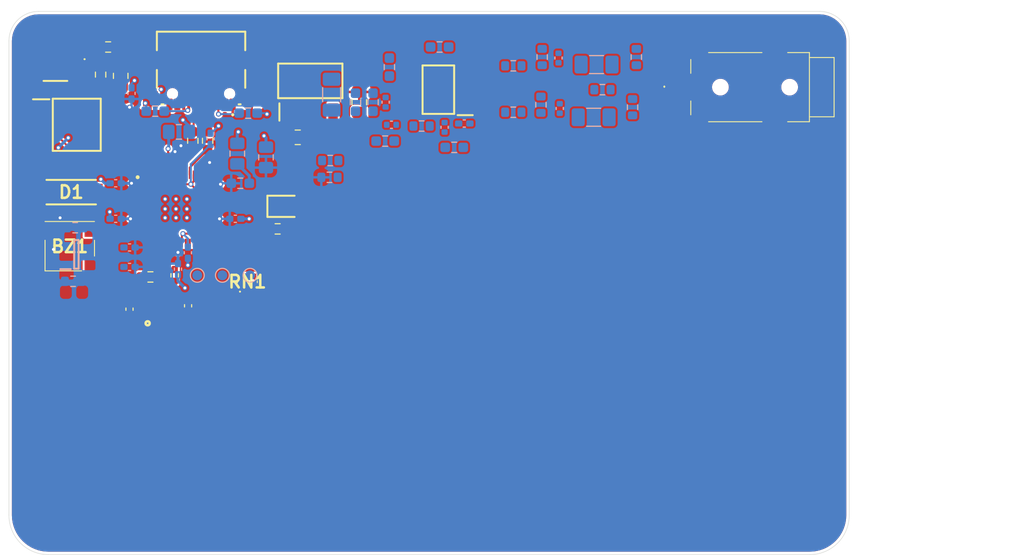
<source format=kicad_pcb>
(kicad_pcb (version 20240108) (generator "pcbnew") (generator_version "8.0")
  (layers (0 "F.Cu" signal) (31 "B.Cu" signal) (34 "B.Paste" user) (35 "F.Paste" user) (36 "B.SilkS" user "B.Silkscreen") (37 "F.SilkS" user "F.Silkscreen") (38 "B.Mask" user) (39 "F.Mask" user) (44 "Edge.Cuts" user))
  (net 0 "")
  (net 1 "GND")
  (net 2 "/Audio_out/TIP")
  (net 3 "Net-(C3-Pad1)")
  (net 4 "Net-(C5-Pad1)")
  (net 5 "/Audio_out/RING_1")
  (net 6 "Net-(OP1A-+)")
  (net 7 "/Audio_out/SLEEVE")
  (net 8 "Net-(C11-Pad2)")
  (net 9 "Net-(OP1A--)")
  (net 10 "/Audio_out/ADC_Micro")
  (net 11 "Net-(C12-Pad2)")
  (net 12 "+1V1")
  (net 13 "/Controller/XIN")
  (net 14 "/Audio_out/Audio_left")
  (net 15 "/Audio_out/Audio_right")
  (net 16 "/Audio_out/Buzzer")
  (net 17 "Net-(Q1-B)")
  (net 18 "/Controller/QSPI_SS")
  (net 19 "/Controller/USB_D+")
  (net 20 "/Controller/USB_D-")
  (net 21 "/Controller/~{USB_BOOT}")
  (net 22 "/Controller/RUN")
  (net 23 "/Controller/XOUT")
  (net 24 "/Controller/SWCLK")
  (net 25 "/Controller/SWD")
  (net 26 "Net-(Q1-C)")
  (net 27 "/VCC_AUDIO")
  (net 28 "/Controller/GIO24")
  (net 29 "/Controller/GIO25")
  (net 30 "/Controller/GPIO0")
  (net 31 "/Controller/QSPI_SCLK")
  (net 32 "/Controller/A3")
  (net 33 "/Controller/QSPI_SD3")
  (net 34 "/Controller/QSPI_SD1")
  (net 35 "/Controller/A2")
  (net 36 "/Controller/QSPI_SD2")
  (net 37 "/Controller/A1")
  (net 38 "/VUSB")
  (net 39 "/Controller/QSPI_SD0")
  (net 40 "/Controller/GIO26")
  (net 41 "/Controller/GIO21")
  (net 42 "/3V3")
  (net 43 "/Controller/GPIO1")
  (net 44 "Net-(BZ1--)")
  (footprint "SamacSys_Parts:CAT10J4LF" (layer "F.Cu") (at 56.122 46.372)
    (property "Reference" "RN1")
    (property "Value" "CAT10-103J4LF" (hide yes))
  )
  (footprint "Capacitor_SMD:C_0805_2012Metric_Pad1.18x1.45mm_HandSolder" (layer "F.Cu") (at 61.214 31.75)
    (property "Reference" "C2" (hide yes))
    (property "Value" "10u")
  )
  (footprint "SamacSys_Parts:CMT052575SMTTR" (layer "F.Cu") (at 38.154 42.772 180)
    (property "Reference" "BZ1")
    (property "Value" "Buzzer" (hide yes))
  )
  (footprint "SamacSys_Parts:ABM8G" (layer "F.Cu") (at 47.244 48.768)
    (property "Reference" "Y301" (hide yes))
    (property "Value" "ABM8G-12.000MHZ-4Y-T3" (hide yes))
  )
  (footprint "SamacSys_Parts:DIONM5025X231N" (layer "F.Cu") (at 38.3 37.3 180)
    (property "Reference" "D1")
    (property "Value" "FM4004-W" (hide yes))
  )
  (footprint "Capacitor_SMD:C_0402_1005Metric_Pad0.74x0.62mm_HandSolder" (layer "F.Cu") (at 44.196 49.149 90)
    (property "Reference" "C317" (hide yes))
    (property "Value" "15p 5%")
  )
  (footprint "Resistor_SMD:R_0603_1608Metric_Pad0.98x0.95mm_HandSolder" (layer "F.Cu") (at 52.1 32.1 -90)
    (property "Reference" "R303" (hide yes))
    (property "Value" "27")
  )
  (footprint "SamacSys_Parts:SJ23514ASMTTR" (layer "F.Cu") (at 107.696 26.67 180)
    (property "Reference" "J1" (hide yes))
    (property "Value" "SJ2-3514A-SMT-TR" (hide yes))
  )
  (footprint "SamacSys_Parts:SOIC127P600X175-8N" (layer "F.Cu") (at 75.438 26.924 180)
    (property "Reference" "OP1" (hide yes))
    (property "Value" "TLV9002QDRQ1" (hide yes))
  )
  (footprint "Capacitor_SMD:C_0402_1005Metric_Pad0.74x0.62mm_HandSolder" (layer "F.Cu") (at 50.122 48.807 -90)
    (property "Reference" "C316" (hide yes))
    (property "Value" "15p 5%")
  )
  (footprint "Resistor_SMD:R_0603_1608Metric_Pad0.98x0.95mm_HandSolder" (layer "F.Cu") (at 50.6 32.1 -90)
    (property "Reference" "R302" (hide yes))
    (property "Value" "27")
  )
  (footprint "SamacSys_Parts:SOT230P700X180-4N" (layer "F.Cu") (at 62.484 26.035 90)
    (property "Reference" "LRuC1" (hide yes))
    (property "Value" "NCP1117ST33T3G" (hide yes))
  )
  (footprint "Resistor_SMD:R_0603_1608Metric_Pad0.98x0.95mm_HandSolder" (layer "F.Cu") (at 41.275 25.4 90)
    (property "Reference" "R301" (hide yes))
    (property "Value" "10k but unessesary")
  )
  (footprint "Capacitor_SMD:C_0805_2012Metric_Pad1.18x1.45mm_HandSolder" (layer "F.Cu") (at 43.307 25.527 -90)
    (property "Reference" "C301" (hide yes))
    (property "Value" "2u2")
  )
  (footprint "SamacSys_Parts:QFN40P700X700X90-57N-D" (layer "F.Cu") (at 48.895 38.989)
    (property "Reference" "uC301" (hide yes))
    (property "Value" "SC0914_7_" (hide yes))
  )
  (footprint "SamacSys_Parts:435441019830" (layer "F.Cu") (at 36.703 24.638)
    (property "Reference" "S_BOOT301" (hide yes))
    (property "Value" "435441019830" (hide yes))
  )
  (footprint "SamacSys_Parts:LEDC2012X120N" (layer "F.Cu") (at 59.944 38.735)
    (property "Reference" "5sys0" (hide yes))
    (property "Value" "APTD2012LCGCK" (hide yes))
  )
  (footprint "SamacSys_Parts:SOIC127P790X216-8N" (layer "F.Cu") (at 38.862 30.48)
    (property "Reference" "FLA301" (hide yes))
    (property "Value" "W25Q128JVS" (hide yes))
  )
  (footprint "Resistor_SMD:R_0603_1608Metric_Pad0.98x0.95mm_HandSolder" (layer "F.Cu") (at 46.312 45.886)
    (property "Reference" "R312" (hide yes))
    (property "Value" "1k  1%")
  )
  (footprint "Resistor_SMD:R_0402_1005Metric_Pad0.72x0.64mm_HandSolder" (layer "F.Cu") (at 48.768 45.72 90)
    (property "Reference" "R311" (hide yes))
    (property "Value" "no fit")
  )
  (footprint "SamacSys_Parts:GSB1C41110SSHR" (layer "F.Cu") (at 51.435 25.019 180)
    (property "Reference" "USB_C301" (hide yes))
    (property "Value" "GSB1C41110SSHR" (hide yes))
  )
  (footprint "Resistor_SMD:R_0603_1608Metric_Pad0.98x0.95mm_HandSolder" (layer "F.Cu") (at 42.037 22.606 180)
    (property "Reference" "R304" (hide yes))
    (property "Value" "1k")
  )
  (footprint "Capacitor_SMD:C_0805_2012Metric_Pad1.18x1.45mm_HandSolder" (layer "F.Cu") (at 67.437 28.194 -90)
    (property "Reference" "C1" (hide yes))
    (property "Value" "10u")
  )
  (footprint "Resistor_SMD:R_0603_1608Metric_Pad0.98x0.95mm_HandSolder" (layer "F.Cu") (at 59.182 41.021)
    (property "Reference" "R0" (hide yes))
    (property "Value" "510")
  )
  (footprint "Capacitor_SMD:C_0402_1005Metric_Pad0.74x0.62mm_HandSolder" (layer "B.Cu") (at 42.8 40 180)
    (property "Reference" "C303" (hide yes))
    (property "Value" "0.1u")
  )
  (footprint "Resistor_SMD:R_0603_1608Metric_Pad0.98x0.95mm_HandSolder" (layer "B.Cu") (at 70.485 24.638 90)
    (property "Reference" "R9" (hide yes))
    (property "Value" "200k")
  )
  (footprint "Capacitor_SMD:C_0402_1005Metric_Pad0.74x0.62mm_HandSolder" (layer "B.Cu") (at 42.8 36.4 180)
    (property "Reference" "C311" (hide yes))
    (property "Value" "0.1u")
  )
  (footprint "TestPoint:TestPoint_Pad_D1.0mm" (layer "B.Cu") (at 53.594 45.72 180)
    (property "Reference" "TP302" (hide yes))
    (property "Value" "TestPoint")
  )
  (footprint "Capacitor_SMD:C_1206_3216Metric_Pad1.33x1.80mm_HandSolder" (layer "B.Cu") (at 64.643 27.432 -90)
    (property "Reference" "C12" (hide yes))
    (property "Value" "47u")
  )
  (footprint "Resistor_SMD:R_0603_1608Metric" (layer "B.Cu") (at 73.743 30.607)
    (property "Reference" "J2" (hide yes))
    (property "Value" "0")
  )
  (footprint "Resistor_SMD:R_0603_1608Metric" (layer "B.Cu") (at 92.0365 26.924)
    (property "Reference" "J0" (hide yes))
    (property "Value" "0")
  )
  (footprint "Resistor_SMD:R_0603_1608Metric_Pad0.98x0.95mm_HandSolder" (layer "B.Cu") (at 68.834 28.194 -90)
    (property "Reference" "R12" (hide yes))
    (property "Value" "10k")
  )
  (footprint "Capacitor_SMD:C_0402_1005Metric_Pad0.74x0.62mm_HandSolder" (layer "B.Cu") (at 78.061 30.353)
    (property "Reference" "C9" (hide yes))
    (property "Value" "0.1uF")
  )
  (footprint "Capacitor_SMD:C_0805_2012Metric_Pad1.18x1.45mm_HandSolder" (layer "B.Cu") (at 49.2 31.2 180)
    (property "Reference" "C304" (hide yes))
    (property "Value" "2u2")
  )
  (footprint "Capacitor_SMD:C_1206_3216Metric_Pad1.33x1.80mm_HandSolder" (layer "B.Cu") (at 91.1475 29.718)
    (property "Reference" "C6" (hide yes))
    (property "Value" "47u")
  )
  (footprint "Resistor_SMD:R_0603_1608Metric_Pad0.98x0.95mm_HandSolder" (layer "B.Cu") (at 70.06 32.131 180)
    (property "Reference" "R14" (hide yes))
    (property "Value" "10k")
  )
  (footprint "Capacitor_SMD:C_0402_1005Metric" (layer "B.Cu") (at 87.7185 28.829 90)
    (property "Reference" "C5" (hide yes))
    (property "Value" "0.1u")
  )
  (footprint "Capacitor_SMD:C_0805_2012Metric_Pad1.18x1.45mm_HandSolder" (layer "B.Cu") (at 58.001 33.782 90)
    (property "Reference" "C307" (hide yes))
    (property "Value" "2u2")
  )
  (footprint "Capacitor_SMD:C_0402_1005Metric_Pad0.74x0.62mm_HandSolder" (layer "B.Cu") (at 44.2 44.87 180)
    (property "Reference" "C310" (hide yes))
    (property "Value" "0.1u")
  )
  (footprint "Resistor_SMD:R_0603_1608Metric_Pad0.98x0.95mm_HandSolder" (layer "B.Cu") (at 55.4 36.4)
    (property "Reference" "R305" (hide yes))
    (property "Value" "150")
  )
  (footprint "Capacitor_SMD:C_0402_1005Metric" (layer "B.Cu") (at 76.073 30.734 90)
    (property "Reference" "C7" (hide yes))
    (property "Value" "330n")
  )
  (footprint "TestPoint:TestPoint_Pad_D1.0mm" (layer "B.Cu") (at 51.054 45.72 180)
    (property "Reference" "TP303" (hide yes))
    (property "Value" "TestPoint")
  )
  (footprint "Resistor_SMD:R_0603_1608Metric_Pad0.98x0.95mm_HandSolder" (layer "B.Cu") (at 67.056 28.194 90)
    (property "Reference" "R13" (hide yes))
    (property "Value" "787")
  )
  (footprint "Resistor_SMD:R_0603_1608Metric" (layer "B.Cu") (at 95.4655 23.622 -90)
    (property "Reference" "R3" (hide yes))
    (property "Value" "1.8k")
  )
  (footprint "Resistor_SMD:R_0603_1608Metric_Pad0.98x0.95mm_HandSolder" (layer "B.Cu") (at 46.8 29.1)
    (property "Reference" "R313" (hide yes))
    (property "Value" "5.1k")
  )
  (footprint "Resistor_SMD:R_0603_1608Metric_Pad0.98x0.95mm_HandSolder" (layer "B.Cu") (at 77.045 32.766 180)
    (property "Reference" "R10" (hide yes))
    (property "Value" "5.9k")
  )
  (footprint "TestPoint:TestPoint_Pad_D1.0mm" (layer "B.Cu") (at 56.388 45.72 180)
    (property "Reference" "TP301" (hide yes))
    (property "Value" "TestPoint")
  )
  (footprint "Capacitor_SMD:C_0402_1005Metric" (layer "B.Cu") (at 70.104 28.194 90)
    (property "Reference" "C8" (hide yes))
    (property "Value" "120p")
  )
  (footprint "Resistor_SMD:R_0603_1608Metric" (layer "B.Cu") (at 38.7 40.9 180)
    (property "Reference" "R8" (hide yes))
    (property "Value" "220")
  )
  (footprint "Capacitor_SMD:C_0402_1005Metric_Pad0.74x0.62mm_HandSolder" (layer "B.Cu") (at 44.4 27.3 90)
    (property "Reference" "C302" (hide yes))
    (property "Value" "0.1uF")
  )
  (footprint "Capacitor_SMD:C_0402_1005Metric_Pad0.74x0.62mm_HandSolder" (layer "B.Cu") (at 54.9 40)
    (property "Reference" "C305" (hide yes))
    (property "Value" "0.1u")
  )
  (footprint "Capacitor_SMD:C_0805_2012Metric_Pad1.18x1.45mm_HandSolder" (layer "B.Cu") (at 55.1 33.4 90)
    (property "Reference" "C308" (hide yes))
    (property "Value" "2u2")
  )
  (footprint "Capacitor_SMD:C_0402_1005Metric_Pad0.74x0.62mm_HandSolder" (layer "B.Cu") (at 50.1 43.4325 -90)
    (property "Reference" "C313" (hide yes))
    (property "Value" "0.1u")
  )
  (footprint "Resistor_SMD:R_0603_1608Metric" (layer "B.Cu") (at 83.0195 29.21)
    (property "Reference" "R4" (hide yes))
    (property "Value" "220")
  )
  (footprint "Resistor_SMD:R_0603_1608Metric_Pad0.98x0.95mm_HandSolder" (layer "B.Cu") (at 75.565 22.606 180)
    (property "Reference" "R11" (hide yes))
    (property "Value" "200k")
  )
  (footprint "Capacitor_SMD:C_0402_1005Metric" (layer "B.Cu") (at 70.695 30.48 180)
    (property "Reference" "C11" (hide yes))
    (property "Value" "3.3u")
  )
  (footprint "Capacitor_SMD:C_0402_1005Metric_Pad0.74x0.62mm_HandSolder" (layer "B.Cu") (at 52.4 31.9 90)
    (property "Reference" "C314" (hide yes))
    (property "Value" "0.1u")
  )
  (footprint "Resistor_SMD:R_0603_1608Metric" (layer "B.Cu") (at 64.5 34.1 180)
    (property "Reference" "J3" (hide yes))
    (property "Value" "0")
  )
  (footprint "Capacitor_SMD:C_0402_1005Metric_Pad0.74x0.62mm_HandSolder" (layer "B.Cu") (at 49.1 45.1 -90)
    (property "Reference" "C306" (hide yes))
    (property "Value" "0.1u")
  )
  (footprint "Resistor_SMD:R_0603_1608Metric" (layer "B.Cu") (at 83.0195 24.511)
    (property "Reference" "R1" (hide yes))
    (property "Value" "220")
  )
  (footprint "Resistor_SMD:R_0603_1608Metric" (layer "B.Cu") (at 64.425 35.8)
    (property "Reference" "J4" (hide yes))
    (property "Value" "0")
  )
  (footprint "SamacSys_Parts:SOT95P230X110-3N" (layer "B.Cu") (at 38.825 43.6)
    (property "Reference" "Q1" (hide yes))
    (property "Value" "BC817-25-QVL" (hide yes))
  )
  (footprint "Resistor_SMD:R_0603_1608Metric_Pad0.98x0.95mm_HandSolder" (layer "B.Cu") (at 56.2 29.3 180)
    (property "Reference" "R314" (hide yes))
    (property "Value" "5.1k")
  )
  (footprint "Resistor_SMD:R_0603_1608Metric" (layer "B.Cu") (at 85.9405 23.622 -90)
    (property "Reference" "R2" (hide yes))
    (property "Value" "100")
  )
  (footprint "Capacitor_SMD:C_1206_3216Metric_Pad1.33x1.80mm_HandSolder" (layer "B.Cu") (at 91.44 24.384)
    (property "Reference" "C3" (hide yes))
    (property "Value" "47u")
  )
  (footprint "Capacitor_SMD:C_0402_1005Metric" (layer "B.Cu") (at 87.5915 23.721 90)
    (property "Reference" "C4" (hide yes))
    (property "Value" "0.1u")
  )
  (footprint "Resistor_SMD:R_0603_1608Metric" (layer "B.Cu") (at 85.8135 28.448 -90)
    (property "Reference" "R5" (hide yes))
    (property "Value" "100")
  )
  (footprint "Resistor_SMD:R_0603_1608Metric" (layer "B.Cu") (at 38.487 46.328 180)
    (property "Reference" "R7" (hide yes))
    (property "Value" "220")
  )
  (footprint "Capacitor_SMD:C_0402_1005Metric_Pad0.74x0.62mm_HandSolder" (layer "B.Cu") (at 44.2 42.9 180)
    (property "Reference" "C309" (hide yes))
    (property "Value" "0.1u")
  )
  (footprint "Resistor_SMD:R_0603_1608Metric" (layer "B.Cu") (at 95.0845 28.702 -90)
    (property "Reference" "R6" (hide yes))
    (property "Value" "1.8k")
  )
  (gr_line (start 32 22) (end 32 70) (stroke (width 0.05)) (layer "Edge.Cuts"))
  (gr_line (start 117 70) (end 117 22) (stroke (width 0.05)) (layer "Edge.Cuts"))
  (gr_arc (start 36 74) (mid 33.171573 72.828427) (end 32 70) (stroke (width 0.05)) (layer "Edge.Cuts"))
  (gr_arc (start 117 70) (mid 115.828427 72.828427) (end 113 74) (stroke (width 0.05)) (layer "Edge.Cuts"))
  (gr_arc (start 32 22) (mid 32.87868 19.87868) (end 35 19) (stroke (width 0.05)) (layer "Edge.Cuts"))
  (gr_arc (start 114 19) (mid 116.12132 19.87868) (end 117 22) (stroke (width 0.05)) (layer "Edge.Cuts"))
  (gr_line (start 114 19) (end 35 19) (stroke (width 0.05)) (layer "Edge.Cuts"))
  (gr_line (start 36 74) (end 113 74) (stroke (width 0.05)) (layer "Edge.Cuts"))
  (segment (start 49.685 27.415) (end 50.3 26.8) (width 0.2) (layer "F.Cu") (net 0))
  (segment (start 50.295 34.814) (end 50.8 34.309) (width 0.2) (layer "F.Cu") (net 0))
  (segment (start 52.685 28.409) (end 52.685 27.584) (width 0.2) (layer "F.Cu") (net 0))
  (segment (start 50.3 26.8) (end 52.6 26.8) (width 0.2) (layer "F.Cu") (net 0))
  (segment (start 53.185 29.385) (end 53.185 28.409) (width 0.2) (layer "F.Cu") (net 0))
  (segment (start 52.6 26.8) (end 53.185 27.385) (width 0.2) (layer "F.Cu") (net 0))
  (segment (start 52.201 27.1) (end 50.669 27.1) (width 0.2) (layer "F.Cu") (net 0))
  (segment (start 52.0875 33.0125) (end 52.1 33.0125) (width 0.2) (layer "F.Cu") (net 0))
  (segment (start 50.6 33.7) (end 50.6 33.0125) (width 0.2) (layer "F.Cu") (net 0))
  (segment (start 50.295 35.539) (end 50.295 34.814) (width 0.2) (layer "F.Cu") (net 0))
  (segment (start 49.895 35.214) (end 49.9 35.209) (width 0.2) (layer "F.Cu") (net 0))
  (segment (start 49.685 28.409) (end 49.685 27.415) (width 0.2) (layer "F.Cu") (net 0))
  (segment (start 53.2 29.4) (end 53.185 29.385) (width 0.2) (layer "F.Cu") (net 0))
  (segment (start 50.8 34.3) (end 52.0875 33.0125) (width 0.2) (layer "F.Cu") (net 0))
  (segment (start 49.895 35.539) (end 49.895 35.214) (width 0.2) (layer "F.Cu") (net 0))
  (segment (start 49.9 35.209) (end 49.9 34.4) (width 0.2) (layer "F.Cu") (net 0))
  (segment (start 50.185 27.584) (end 50.185 28.409) (width 0.2) (layer "F.Cu") (net 0))
  (segment (start 52.685 27.584) (end 52.201 27.1) (width 0.2) (layer "F.Cu") (net 0))
  (segment (start 50.185 28.409) (end 50.185 28.92687) (width 0.2) (layer "F.Cu") (net 0))
  (segment (start 50.8 34.309) (end 50.8 34.3) (width 0.2) (layer "F.Cu") (net 0))
  (segment (start 50.669 27.1) (end 50.185 27.584) (width 0.2) (layer "F.Cu") (net 0))
  (segment (start 49.9 34.4) (end 50.6 33.7) (width 0.2) (layer "F.Cu") (net 0))
  (segment (start 50.185 28.92687) (end 50.08687 29.025) (width 0.2) (layer "F.Cu") (net 0))
  (segment (start 53.185 27.385) (end 53.185 28.409) (width 0.2) (layer "F.Cu") (net 0))
  (via (at 53.2 29.4) (size 0.5) (drill 0.3) (layers "F.Cu" "B.Cu") (net 0))
  (via (at 50.08687 29.025) (size 0.5) (drill 0.3) (layers "F.Cu" "B.Cu") (net 0))
  (segment (start 53.2 29.4) (end 54.9875 29.4) (width 0.2) (layer "B.Cu") (net 0))
  (segment (start 56.3125 36.4) (end 56.3125 35.65) (width 0.3) (layer "B.Cu") (net 0))
  (segment (start 50.01187 29.1) (end 50.08687 29.025) (width 0.2) (layer "B.Cu") (net 0))
  (segment (start 54.9875 29.4) (end 55.2875 29.1) (width 0.2) (layer "B.Cu") (net 0))
  (segment (start 56.3125 35.65) (end 55.1 34.4375) (width 0.3) (layer "B.Cu") (net 0))
  (segment (start 47.7125 29.1) (end 50.01187 29.1) (width 0.2) (layer "B.Cu") (net 0))
  (segment (start 55.466 27.834) (end 56.555 27.834) (width 0.2) (layer "F.Cu") (net 1))
  (segment (start 47.4 27.574) (end 48.235 28.409) (width 0.2) (layer "F.Cu") (net 1))
  (segment (start 47.895 42.439) (end 47.895 43.405) (width 0.2) (layer "F.Cu") (net 1))
  (segment (start 54.635 28.409) (end 54.891 28.409) (width 0.2) (layer "F.Cu") (net 1))
  (segment (start 47.895 42.439) (end 47.895 41.495) (width 0.2) (layer "F.Cu") (net 1))
  (segment (start 47.895 41.495) (end 47.8 41.4) (width 0.2) (layer "F.Cu") (net 1))
  (segment (start 47.4 26.9) (end 47.4 27.574) (width 0.2) (layer "F.Cu") (net 1))
  (segment (start 47.895 43.405) (end 47.8 43.5) (width 0.2) (layer "F.Cu") (net 1))
  (segment (start 54.891 28.409) (end 55.466 27.834) (width 0.2) (layer "F.Cu") (net 1))
  (via (at 56.3 40) (size 0.5) (drill 0.3) (layers "F.Cu" "B.Cu") (net 1))
  (via (at 58.1 29.4) (size 0.5) (drill 0.3) (layers "F.Cu" "B.Cu") (net 1))
  (via (at 50 38) (size 0.5) (drill 0.3) (layers "F.Cu" "B.Cu") (net 1))
  (via (at 41.3 36) (size 0.5) (drill 0.3) (layers "F.Cu" "B.Cu") (net 1))
  (via (at 57.8 31.6) (size 0.5) (drill 0.3) (layers "F.Cu" "B.Cu") (net 1))
  (via (at 50.1 44.7) (size 0.5) (drill 0.3) (layers "F.Cu" "B.Cu") (net 1))
  (via (at 55.2 31.2) (size 0.5) (drill 0.3) (layers "F.Cu" "B.Cu") (net 1))
  (via (at 38 31.8) (size 0.5) (drill 0.3) (layers "F.Cu" "B.Cu") (net 1))
  (via (at 47.8 39) (size 0.5) (drill 0.3) (layers "F.Cu" "B.Cu") (net 1))
  (via (at 47.8 38) (size 0.5) (drill 0.3) (layers "F.Cu" "B.Cu") (net 1))
  (via (at 48.9 39) (size 0.5) (drill 0.3) (layers "F.Cu" "B.Cu") (net 1))
  (via (at 47.4 26.9) (size 0.5) (drill 0.3) (layers "F.Cu" "B.Cu") (net 1))
  (via (at 50 39.9) (size 0.5) (drill 0.3) (layers "F.Cu" "B.Cu") (net 1))
  (via (at 42.2 39.3) (size 0.5) (drill 0.3) (layers "F.Cu" "B.Cu") (net 1))
  (via (at 50 39) (size 0.5) (drill 0.3) (layers "F.Cu" "B.Cu") (net 1))
  (via (at 44.7 26) (size 0.5) (drill 0.3) (layers "F.Cu" "B.Cu") (net 1))
  (via (at 53.2 30.6) (size 0.5) (drill 0.3) (layers "F.Cu" "B.Cu") (net 1))
  (via (at 49.6 30) (size 0.5) (drill 0.3) (layers "F.Cu" "B.Cu") (net 1))
  (via (at 36.5 43.1) (size 0.5) (drill 0.3) (layers "F.Cu" "B.Cu") (net 1))
  (via (at 49.8 47) (size 0.5) (drill 0.3) (layers "F.Cu" "B.Cu") (net 1))
  (via (at 48.9 38) (size 0.5) (drill 0.3) (layers "F.Cu" "B.Cu") (net 1))
  (via (at 47.8 39.9) (size 0.5) (drill 0.3) (layers "F.Cu" "B.Cu") (net 1))
  (via (at 37 32.8) (size 0.5) (drill 0.3) (layers "F.Cu" "B.Cu") (net 1))
  (via (at 48.9 39.9) (size 0.5) (drill 0.3) (layers "F.Cu" "B.Cu") (net 1))
  (via (at 45.8 28.3) (size 0.5) (drill 0.3) (layers "F.Cu" "B.Cu") (net 1))
  (segment (start 44.4 26.7325) (end 44.4 26.3) (width 0.2) (layer "B.Cu") (net 1))
  (segment (start 41.7 36.4) (end 41.3 36) (width 0.3) (layer "B.Cu") (net 1))
  (segment (start 57.1125 29.3) (end 58 29.3) (width 0.2) (layer "B.Cu") (net 1))
  (segment (start 58.001 31.801) (end 57.8 31.6) (width 0.3) (layer "B.Cu") (net 1))
  (segment (start 49.1 45.6675) (end 49.1 46.3) (width 0.3) (layer "B.Cu") (net 1))
  (segment (start 58 29.3) (end 58.1 29.4) (width 0.2) (layer "B.Cu") (net 1))
  (segment (start 42.2325 36.4) (end 41.7 36.4) (width 0.3) (layer "B.Cu") (net 1))
  (segment (start 49.1 46.3) (end 49.8 47) (width 0.3) (layer "B.Cu") (net 1))
  (segment (start 52.4675 31.3325) (end 53.2 30.6) (width 0.2) (layer "B.Cu") (net 1))
  (segment (start 42.2325 40) (end 42.2325 39.3325) (width 0.3) (layer "B.Cu") (net 1))
  (segment (start 36.95 42.65) (end 36.5 43.1) (width 0.5) (layer "B.Cu") (net 1))
  (segment (start 50.1 44) (end 50.1 44.7) (width 0.3) (layer "B.Cu") (net 1))
  (segment (start 50.2375 31.2) (end 50.2375 30.6375) (width 0.3) (layer "B.Cu") (net 1))
  (segment (start 55.4675 40) (end 56.3 40) (width 0.3) (layer "B.Cu") (net 1))
  (segment (start 45.8875 28.3875) (end 45.8 28.3) (width 0.2) (layer "B.Cu") (net 1))
  (segment (start 44.4 26.3) (end 44.7 26) (width 0.2) (layer "B.Cu") (net 1))
  (segment (start 37 32.8) (end 38 31.8) (width 0.3) (layer "B.Cu") (net 1))
  (segment (start 42.2325 39.3325) (end 42.2 39.3) (width 0.3) (layer "B.Cu") (net 1))
  (segment (start 55.1 31.3) (end 55.2 31.2) (width 0.3) (layer "B.Cu") (net 1))
  (segment (start 45.8875 29.1) (end 45.8875 28.3875) (width 0.2) (layer "B.Cu") (net 1))
  (segment (start 58.001 32.7445) (end 58.001 31.801) (width 0.3) (layer "B.Cu") (net 1))
  (segment (start 50.2375 30.6375) (end 49.6 30) (width 0.3) (layer "B.Cu") (net 1))
  (segment (start 52.4 31.3325) (end 52.4675 31.3325) (width 0.2) (layer "B.Cu") (net 1))
  (segment (start 37.725 42.65) (end 36.95 42.65) (width 0.5) (layer "B.Cu") (net 1))
  (segment (start 55.1 32.3625) (end 55.1 31.3) (width 0.3) (layer "B.Cu") (net 1))
  (segment (start 50.695 36.205) (end 50.4 36.5) (width 0.2) (layer "F.Cu") (net 12))
  (segment (start 50.184 41.5) (end 49.6 41.5) (width 0.2) (layer "F.Cu") (net 12))
  (segment (start 48.695 36.264) (end 48.695 35.539) (width 0.2) (layer "F.Cu") (net 12))
  (segment (start 50.4 36.5) (end 51.1 37.2) (width 0.2) (layer "F.Cu") (net 12))
  (segment (start 48.695 33.872818) (end 48.695 35.539) (width 0.2) (layer "F.Cu") (net 12))
  (segment (start 51.1 37.2) (end 51.1 40.584) (width 0.2) (layer "F.Cu") (net 12))
  (segment (start 49.495 42.439) (end 49.495 41.605) (width 0.2) (layer "F.Cu") (net 12))
  (segment (start 50.695 35.539) (end 50.695 36.205) (width 0.2) (layer "F.Cu") (net 12))
  (segment (start 49.495 41.605) (end 49.6 41.5) (width 0.2) (layer "F.Cu") (net 12))
  (segment (start 51.1 40.584) (end 50.184 41.5) (width 0.2) (layer "F.Cu") (net 12))
  (segment (start 50.4 36.5) (end 48.931 36.5) (width 0.2) (layer "F.Cu") (net 12))
  (segment (start 48.1 32.9) (end 48.1 33.277818) (width 0.2) (layer "F.Cu") (net 12))
  (segment (start 48.1 33.277818) (end 48.695 33.872818) (width 0.2) (layer "F.Cu") (net 12))
  (segment (start 48.931 36.5) (end 48.695 36.264) (width 0.2) (layer "F.Cu") (net 12))
  (via (at 48.1 32.9) (size 0.5) (drill 0.3) (layers "F.Cu" "B.Cu") (net 12))
  (via (at 49.6 41.5) (size 0.5) (drill 0.3) (layers "F.Cu" "B.Cu") (net 12))
  (via (at 50.4 36.5) (size 0.5) (drill 0.3) (layers "F.Cu" "B.Cu") (net 12))
  (segment (start 50.1 42) (end 49.6 41.5) (width 0.2) (layer "B.Cu") (net 12))
  (segment (start 50.4 34.4675) (end 50.4 36.5) (width 0.2) (layer "B.Cu") (net 12))
  (segment (start 48.1625 32.8375) (end 48.1 32.9) (width 0.3) (layer "B.Cu") (net 12))
  (segment (start 50.1 42.865) (end 50.1 42) (width 0.2) (layer "B.Cu") (net 12))
  (segment (start 52.4 32.4675) (end 50.4 34.4675) (width 0.2) (layer "B.Cu") (net 12))
  (segment (start 48.1625 31.2) (end 48.1625 32.8375) (width 0.3) (layer "B.Cu") (net 12))
  (segment (start 33.4 33.465686) (end 33.4 29) (width 0.2) (layer "F.Cu") (net 18))
  (segment (start 45.539 35.539) (end 45 35) (width 0.2) (layer "F.Cu") (net 18))
  (segment (start 34.934314 35) (end 33.4 33.465686) (width 0.2) (layer "F.Cu") (net 18))
  (segment (start 33.825 28.575) (end 35.262 28.575) (width 0.2) (layer "F.Cu") (net 18))
  (segment (start 33.4 29) (end 33.825 28.575) (width 0.2) (layer "F.Cu") (net 18))
  (segment (start 46.295 35.539) (end 45.539 35.539) (width 0.2) (layer "F.Cu") (net 18))
  (segment (start 39.9 25.8625) (end 41.275 24.4875) (width 0.2) (layer "F.Cu") (net 18))
  (segment (start 41.275 24.2805) (end 42.9495 22.606) (width 0.2) (layer "F.Cu") (net 18))
  (segment (start 45 35) (end 34.934314 35) (width 0.2) (layer "F.Cu") (net 18))
  (segment (start 41.275 24.4875) (end 41.275 24.2805) (width 0.2) (layer "F.Cu") (net 18))
  (segment (start 37.625 28.575) (end 39.9 26.3) (width 0.2) (layer "F.Cu") (net 18))
  (segment (start 35.262 28.575) (end 37.625 28.575) (width 0.2) (layer "F.Cu") (net 18))
  (segment (start 39.9 26.3) (end 39.9 25.8625) (width 0.2) (layer "F.Cu") (net 18))
  (segment (start 50.685 31.1025) (end 50.6 31.1875) (width 0.2) (layer "F.Cu") (net 19))
  (segment (start 51.5 27.5) (end 51.685 27.685) (width 0.2) (layer "F.Cu") (net 19))
  (segment (start 51.685 27.685) (end 51.685 28.409) (width 0.2) (layer "F.Cu") (net 19))
  (segment (start 50.685 28.409) (end 50.685 31.1025) (width 0.2) (layer "F.Cu") (net 19))
  (segment (start 50.685 27.649686) (end 50.834686 27.5) (width 0.2) (layer "F.Cu") (net 19))
  (segment (start 50.834686 27.5) (end 51.5 27.5) (width 0.2) (layer "F.Cu") (net 19))
  (segment (start 50.685 28.409) (end 50.685 27.649686) (width 0.2) (layer "F.Cu") (net 19))
  (segment (start 52.185 28.409) (end 52.185 29.5) (width 0.2) (layer "F.Cu") (net 20))
  (segment (start 51.185 28.409) (end 51.185 29.234) (width 0.2) (layer "F.Cu") (net 20))
  (segment (start 51.451 29.5) (end 52.185 29.5) (width 0.2) (layer "F.Cu") (net 20))
  (segment (start 51.185 29.234) (end 51.451 29.5) (width 0.2) (layer "F.Cu") (net 20))
  (segment (start 52.185 29.5) (end 52.185 31.1025) (width 0.2) (layer "F.Cu") (net 20))
  (segment (start 52.185 31.1025) (end 52.1 31.1875) (width 0.2) (layer "F.Cu") (net 20))
  (segment (start 39.8925 23.838) (end 41.1245 22.606) (width 0.2) (layer "F.Cu") (net 21))
  (segment (start 37.7 24.2) (end 38.062 23.838) (width 0.2) (layer "F.Cu") (net 21))
  (segment (start 34.838 23.838) (end 35.2 24.2) (width 0.2) (layer "F.Cu") (net 21))
  (segment (start 35.2 24.2) (end 37.7 24.2) (width 0.2) (layer "F.Cu") (net 21))
  (segment (start 34.653 23.838) (end 34.838 23.838) (width 0.2) (layer "F.Cu") (net 21))
  (segment (start 38.062 23.838) (end 38.753 23.838) (width 0.2) (layer "F.Cu") (net 21))
  (segment (start 38.753 23.838) (end 39.8925 23.838) (width 0.2) (layer "F.Cu") (net 21))
  (segment (start 40.404 41.172) (end 40.404 37.504) (width 0.5) (layer "F.Cu") (net 27))
  (segment (start 40.404 37.504) (end 40.2 37.3) (width 0.5) (layer "F.Cu") (net 27))
  (segment (start 47.895 34.295) (end 47.895 35.539) (width 0.2) (layer "F.Cu") (net 31))
  (segment (start 42.462 31.115) (end 44.715 31.115) (width 0.2) (layer "F.Cu") (net 31))
  (segment (start 44.715 31.115) (end 47.895 34.295) (width 0.2) (layer "F.Cu") (net 31))
  (segment (start 44.045 29.845) (end 48.295 34.095) (width 0.2) (layer "F.Cu") (net 33))
  (segment (start 42.462 29.845) (end 44.045 29.845) (width 0.2) (layer "F.Cu") (net 33))
  (segment (start 48.295 34.095) (end 48.295 35.539) (width 0.2) (layer "F.Cu") (net 33))
  (segment (start 46.695 34.814) (end 46.181 34.3) (width 0.2) (layer "F.Cu") (net 34))
  (segment (start 33.9 32.773) (end 33.9 30.3) (width 0.2) (layer "F.Cu") (net 34))
  (segment (start 35.427 34.3) (end 33.9 32.773) (width 0.2) (layer "F.Cu") (net 34))
  (segment (start 33.9 30.3) (end 34.355 29.845) (width 0.2) (layer "F.Cu") (net 34))
  (segment (start 46.695 35.539) (end 46.695 34.814) (width 0.2) (layer "F.Cu") (net 34))
  (segment (start 46.181 34.3) (end 35.427 34.3) (width 0.2) (layer "F.Cu") (net 34))
  (segment (start 34.355 29.845) (end 35.262 29.845) (width 0.2) (layer "F.Cu") (net 34))
  (segment (start 46.068628 33.6) (end 47.095 34.626372) (width 0.2) (layer "F.Cu") (net 36))
  (segment (start 38.9 33.6) (end 46.068628 33.6) (width 0.2) (layer "F.Cu") (net 36))
  (segment (start 36.415 31.115) (end 38.9 33.6) (width 0.2) (layer "F.Cu") (net 36))
  (segment (start 47.095 34.626372) (end 47.095 35.539) (width 0.2) (layer "F.Cu") (net 36))
  (segment (start 35.262 31.115) (end 36.415 31.115) (width 0.2) (layer "F.Cu") (net 36))
  (segment (start 53.65 27.054406) (end 53.65 28.224) (width 0.2) (layer "F.Cu") (net 38))
  (segment (start 50.134314 26.4) (end 52.995594 26.4) (width 0.2) (layer "F.Cu") (net 38))
  (segment (start 49.22 27.314314) (end 50.134314 26.4) (width 0.2) (layer "F.Cu") (net 38))
  (segment (start 49.22 28.224) (end 49.22 27.314314) (width 0.2) (layer "F.Cu") (net 38))
  (segment (start 52.995594 26.4) (end 53.65 27.054406) (width 0.2) (layer "F.Cu") (net 38))
  (segment (start 49.035 28.409) (end 49.22 28.224) (width 0.2) (layer "F.Cu") (net 38))
  (segment (start 53.65 28.224) (end 53.835 28.409) (width 0.2) (layer "F.Cu") (net 38))
  (segment (start 45.419314 32.385) (end 47.495 34.460686) (width 0.2) (layer "F.Cu") (net 39))
  (segment (start 47.495 34.460686) (end 47.495 35.539) (width 0.2) (layer "F.Cu") (net 39))
  (segment (start 42.462 32.385) (end 45.419314 32.385) (width 0.2) (layer "F.Cu") (net 39))
  (segment (start 41.275 26.3125) (end 41.275 27.388) (width 0.3) (layer "F.Cu") (net 42))
  (segment (start 45.445 36.389) (end 44.411 36.389) (width 0.2) (layer "F.Cu") (net 42))
  (segment (start 51.095 35.539) (end 51.095 34.905) (width 0.2) (layer "F.Cu") (net 42))
  (segment (start 49.095 33.495) (end 49.095 35.539) (width 0.2) (layer "F.Cu") (net 42))
  (segment (start 52.345 36.389) (end 53.289 36.389) (width 0.2) (layer "F.Cu") (net 42))
  (segment (start 52 34.6) (end 52.3 34.3) (width 0.2) (layer "F.Cu") (net 42))
  (segment (start 41.275 27.388) (end 42.462 28.575) (width 0.3) (layer "F.Cu") (net 42))
  (segment (start 44.2 28.7) (end 42.587 28.7) (width 0.3) (layer "F.Cu") (net 42))
  (segment (start 42.587 28.7) (end 42.462 28.575) (width 0.3) (layer "F.Cu") (net 42))
  (segment (start 49.095 42.439) (end 49.095 43.395) (width 0.2) (layer "F.Cu") (net 42))
  (segment (start 49.495 32.695) (end 49.495 35.539) (width 0.2) (layer "F.Cu") (net 42))
  (segment (start 43.307 27.73) (end 42.462 28.575) (width 0.3) (layer "F.Cu") (net 42))
  (segment (start 51.4 34.6) (end 52 34.6) (width 0.2) (layer "F.Cu") (net 42))
  (segment (start 53.289 36.389) (end 53.4 36.5) (width 0.2) (layer "F.Cu") (net 42))
  (segment (start 49.4 32.6) (end 49.495 32.695) (width 0.2) (layer "F.Cu") (net 42))
  (segment (start 44.311 39.989) (end 44.3 40) (width 0.2) (layer "F.Cu") (net 42))
  (segment (start 45.445 39.989) (end 44.311 39.989) (width 0.2) (layer "F.Cu") (net 42))
  (segment (start 51.095 34.905) (end 51.4 34.6) (width 0.2) (layer "F.Cu") (net 42))
  (segment (start 53.289 39.989) (end 53.3 40) (width 0.2) (layer "F.Cu") (net 42))
  (segment (start 48.8 33.2) (end 49.095 33.495) (width 0.2) (layer "F.Cu") (net 42))
  (segment (start 43.307 26.5645) (end 43.307 27.73) (width 0.3) (layer "F.Cu") (net 42))
  (segment (start 44.411 36.389) (end 44.4 36.4) (width 0.2) (layer "F.Cu") (net 42))
  (segment (start 52.345 39.989) (end 53.289 39.989) (width 0.2) (layer "F.Cu") (net 42))
  (segment (start 49.095 43.395) (end 49.1 43.4) (width 0.2) (layer "F.Cu") (net 42))
  (via (at 49.4 32.6) (size 0.5) (drill 0.3) (layers "F.Cu" "B.Cu") (net 42))
  (via (at 52.3 34.3) (size 0.5) (drill 0.3) (layers "F.Cu" "B.Cu") (net 42))
  (via (at 53.3 40) (size 0.5) (drill 0.3) (layers "F.Cu" "B.Cu") (net 42))
  (via (at 44.2 28.7) (size 0.5) (drill 0.3) (layers "F.Cu" "B.Cu") (net 42))
  (via (at 53.4 36.5) (size 0.5) (drill 0.3) (layers "F.Cu" "B.Cu") (net 42))
  (via (at 44.4 36.4) (size 0.5) (drill 0.3) (layers "F.Cu" "B.Cu") (net 42))
  (via (at 49.1 43.4) (size 0.5) (drill 0.3) (layers "F.Cu" "B.Cu") (net 42))
  (via (at 48.8 33.2) (size 0.5) (drill 0.3) (layers "F.Cu" "B.Cu") (net 42))
  (via (at 44.3 40) (size 0.5) (drill 0.3) (layers "F.Cu" "B.Cu") (net 42))
  (segment (start 44.4 28.5) (end 44.2 28.7) (width 0.2) (layer "B.Cu") (net 42))
  (segment (start 43.3675 36.4) (end 44.4 36.4) (width 0.3) (layer "B.Cu") (net 42))
  (segment (start 44.4 27.9675) (end 44.4 28.5) (width 0.2) (layer "B.Cu") (net 42))
  (segment (start 43.3675 40) (end 44.3 40) (width 0.3) (layer "B.Cu") (net 42))
  (segment (start 49.1 44.5325) (end 49.1 43.4) (width 0.3) (layer "B.Cu") (net 42))
  (segment (start 36.4 37.3) (end 36.4 40.676) (width 0.5) (layer "F.Cu") (net 44))
  (segment (start 36.4 40.676) (end 35.904 41.172) (width 0.5) (layer "F.Cu") (net 44))
  (segment (start 37.176 39.9) (end 35.904 41.172) (width 0.5) (layer "F.Cu") (net 44))
  (via (at 37.176 39.9) (size 0.5) (drill 0.3) (layers "F.Cu" "B.Cu") (net 44))
  (segment (start 37.875 40.599) (end 37.875 40.9) (width 0.5) (layer "B.Cu") (net 44))
  (segment (start 37.176 39.9) (end 37.875 40.599) (width 0.5) (layer "B.Cu") (net 44))
  (zone (net 35) (net_name "/Controller/A2") (layer "F.Cu") (priority 3) (connect_pads (clearance 0.5)) (min_thickness 0.25) (fill yes (thermal_gap 0.5) (thermal_bridge_width 0.5) (island_removal_mode 1) (island_area_min 10))
    (polygon (pts (xy 42 54) (xy 47 54) (xy 47 70) (xy 42 70)))
  )
  (zone (net 41) (net_name "/Controller/GIO21") (layer "F.Cu") (priority 2) (connect_pads (clearance 0.5)) (min_thickness 0.25) (fill yes (thermal_gap 0.5) (thermal_bridge_width 0.5) (island_removal_mode 1) (island_area_min 10))
    (polygon (pts (xy 107.5 70) (xy 107.5 54) (xy 111 54) (xy 113 59) (xy 113 70)))
  )
  (zone (net 35) (net_name "/Controller/A2") (layer "F.Cu") (priority 3) (connect_pads (clearance 0.5)) (min_thickness 0.25) (fill yes (thermal_gap 0.5) (thermal_bridge_width 0.5) (island_removal_mode 1) (island_area_min 10))
    (polygon (pts (xy 84 54) (xy 89 54) (xy 89 70) (xy 84 70)))
  )
  (zone (net 35) (net_name "/Controller/A2") (layer "F.Cu") (priority 3) (connect_pads (clearance 0.5)) (min_thickness 0.25) (fill yes (thermal_gap 0.5) (thermal_bridge_width 0.5) (island_removal_mode 1) (island_area_min 10))
    (polygon (pts (xy 72 54) (xy 77 54) (xy 77 70) (xy 72 70)))
  )
  (zone (net 35) (net_name "/Controller/A2") (layer "F.Cu") (priority 3) (connect_pads (clearance 0.5)) (min_thickness 0.25) (fill yes (thermal_gap 0.5) (thermal_bridge_width 0.5) (island_removal_mode 1) (island_area_min 10))
    (polygon (pts (xy 96 54) (xy 101 54) (xy 101 70) (xy 96 70)))
  )
  (zone (net 10) (net_name "/Audio_out/ADC_Micro") (layer "F.Cu") (priority 3) (connect_pads (clearance 0.5)) (min_thickness 0.25) (fill yes (thermal_gap 0.5) (thermal_bridge_width 0.5) (island_removal_mode 1) (island_area_min 10))
    (polygon (pts (xy 99 54) (xy 99 62) (xy 104 62) (xy 104 54)))
  )
  (zone (net 35) (net_name "/Controller/A2") (layer "F.Cu") (priority 3) (connect_pads (clearance 0.5)) (min_thickness 0.25) (fill yes (thermal_gap 0.5) (thermal_bridge_width 0.5) (island_removal_mode 1) (island_area_min 10))
    (polygon (pts (xy 54 54) (xy 59 54) (xy 59 70) (xy 54 70)))
  )
  (zone (net 35) (net_name "/Controller/A2") (layer "F.Cu") (priority 3) (connect_pads (clearance 0.5)) (min_thickness 0.25) (fill yes (thermal_gap 0.5) (thermal_bridge_width 0.5) (island_removal_mode 1) (island_area_min 10))
    (polygon (pts (xy 78 54) (xy 83 54) (xy 83 70) (xy 78 70)))
  )
  (zone (net 35) (net_name "/Controller/A2") (layer "F.Cu") (priority 3) (connect_pads (clearance 0.5)) (min_thickness 0.25) (fill yes (thermal_gap 0.5) (thermal_bridge_width 0.5) (island_removal_mode 1) (island_area_min 10))
    (polygon (pts (xy 48 54) (xy 53 54) (xy 53 70) (xy 48 70)))
  )
  (zone (net 10) (net_name "/Audio_out/ADC_Micro") (layer "F.Cu") (priority 3) (connect_pads (clearance 0.5)) (min_thickness 0.25) (fill yes (thermal_gap 0.5) (thermal_bridge_width 0.5) (island_removal_mode 1) (island_area_min 10))
    (polygon (pts (xy 57 54) (xy 57 62) (xy 62 62) (xy 62 54)))
  )
  (zone (net 35) (net_name "/Controller/A2") (layer "F.Cu") (priority 2) (connect_pads (clearance 0.5)) (min_thickness 0.25) (fill yes (thermal_gap 0.5) (thermal_bridge_width 0.5) (island_removal_mode 1) (island_area_min 10))
    (polygon (pts (xy 102 54) (xy 107 54) (xy 107 70) (xy 102 70)))
  )
  (zone (net 10) (net_name "/Audio_out/ADC_Micro") (layer "F.Cu") (priority 3) (connect_pads (clearance 0.5)) (min_thickness 0.25) (fill yes (thermal_gap 0.5) (thermal_bridge_width 0.5) (island_removal_mode 1) (island_area_min 10))
    (polygon (pts (xy 81 54) (xy 81 62) (xy 86 62) (xy 86 54)))
  )
  (zone (net 10) (net_name "/Audio_out/ADC_Micro") (layer "F.Cu") (priority 3) (connect_pads (clearance 0.5)) (min_thickness 0.25) (fill yes (thermal_gap 0.5) (thermal_bridge_width 0.5) (island_removal_mode 1) (island_area_min 10))
    (polygon (pts (xy 51 54) (xy 51 62) (xy 56 62) (xy 56 54)))
  )
  (zone (net 35) (net_name "/Controller/A2") (layer "F.Cu") (priority 3) (connect_pads (clearance 0.5)) (min_thickness 0.25) (fill yes (thermal_gap 0.5) (thermal_bridge_width 0.5) (island_removal_mode 1) (island_area_min 10))
    (polygon (pts (xy 90 54) (xy 95 54) (xy 95 70) (xy 90 70)))
  )
  (zone (net 35) (net_name "/Controller/A2") (layer "F.Cu") (priority 3) (connect_pads (clearance 0.5)) (min_thickness 0.25) (fill yes (thermal_gap 0.5) (thermal_bridge_width 0.5) (island_removal_mode 1) (island_area_min 10))
    (polygon (pts (xy 66 54) (xy 71 54) (xy 71 70) (xy 66 70)))
  )
  (zone (net 35) (net_name "/Controller/A2") (layer "F.Cu") (priority 2) (connect_pads (clearance 0.5)) (min_thickness 0.25) (fill yes (thermal_gap 0.5) (thermal_bridge_width 0.5) (island_removal_mode 1) (island_area_min 10))
    (polygon (pts (xy 60 54) (xy 65 54) (xy 65 70) (xy 60 70)))
  )
  (zone (net 10) (net_name "/Audio_out/ADC_Micro") (layer "F.Cu") (priority 3) (connect_pads (clearance 0.5)) (min_thickness 0.25) (fill yes (thermal_gap 0.5) (thermal_bridge_width 0.5) (island_removal_mode 1) (island_area_min 10))
    (polygon (pts (xy 39 54) (xy 39 62) (xy 44 62) (xy 44 54)))
  )
  (zone (net 1) (net_name "GND") (layer "F.Cu") (connect_pads (clearance 0.2)) (min_thickness 0.2) (fill yes (thermal_gap 0.4) (thermal_bridge_width 0.25))
    (polygon (pts (xy 32 19.05) (xy 32 74.041) (xy 116.713 74.041) (xy 116.713 19.05)))
  )
  (zone (net 10) (net_name "/Audio_out/ADC_Micro") (layer "F.Cu") (priority 3) (connect_pads (clearance 0.5)) (min_thickness 0.25) (fill yes (thermal_gap 0.5) (thermal_bridge_width 0.5) (island_removal_mode 1) (island_area_min 10))
    (polygon (pts (xy 69 54) (xy 69 62) (xy 74 62) (xy 74 54)))
  )
  (zone (net 41) (net_name "/Controller/GIO21") (layer "F.Cu") (priority 2) (connect_pads (clearance 0.5)) (min_thickness 0.25) (fill yes (thermal_gap 0.5) (thermal_bridge_width 0.5) (island_removal_mode 1) (island_area_min 10))
    (polygon (pts (xy 41.5 70) (xy 41.5 54) (xy 38 54) (xy 36 59) (xy 36 70)))
  )
  (zone (net 42) (net_name "/3V3") (layer "B.Cu") (connect_pads (clearance 0.2)) (min_thickness 0.2) (fill yes (thermal_gap 0.4) (thermal_bridge_width 0.25))
    (polygon (pts (xy 32 19) (xy 32 74) (xy 116.963 73.991) (xy 116.963 19)))
  )
)
</source>
